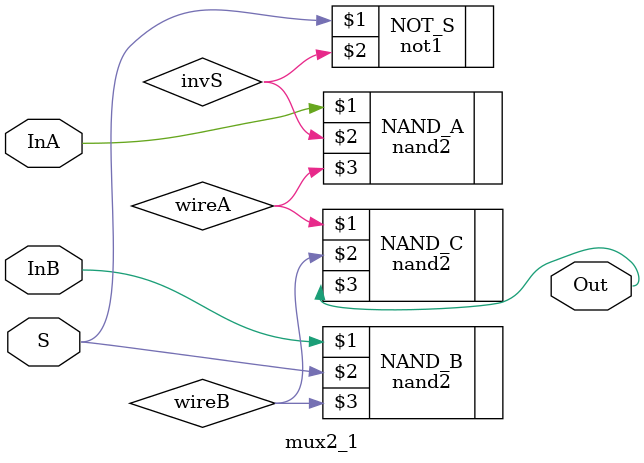
<source format=v>
/*
    CS/ECE 552 Spring '20
    Homework #1, Problem 1

    2-1 mux template
*/
module mux2_1(InA, InB, S, Out);
    input   InA, InB;
    input   S;
    output  Out;

    wire wireA, wireB, invS;
    
    not1 NOT_S(S, invS);
    nand2 NAND_A(InA, invS, wireA);
    nand2 NAND_B(InB, S, wireB);
    nand2 NAND_C(wireA, wireB, Out);

endmodule

</source>
